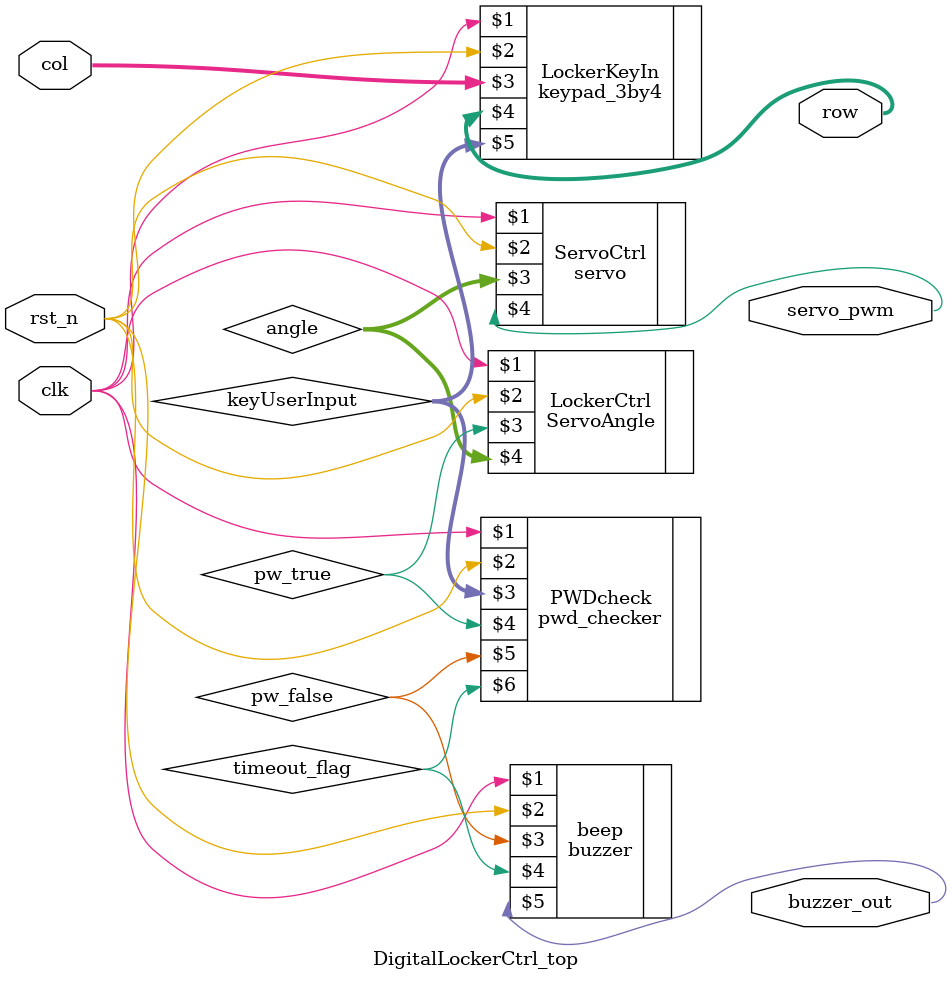
<source format=v>
module	DigitalLockerCtrl_top	(
	input		clk, rst_n,
	output		[3:0]	row,	
	input		[2:0]	col,
	output		buzzer_out,
	output		servo_pwm
);

wire	[3:0]	keyUserInput;
keypad_3by4	LockerKeyIn (clk, rst_n, col, row, keyUserInput);

wire	pw_true, pw_false, timeout_flag;
pwd_checker	#((28'd60000000),(16'h1234)) PWDcheck (clk, rst_n, keyUserInput, pw_true, pw_false, timeout_flag);
buzzer #((24'd12000),(28'd12000000),(28'd36000000)) beep (clk, rst_n, pw_false, timeout_flag, buzzer_out);

wire 	[7:0] 	angle;
ServoAngle	LockerCtrl (clk, rst_n, pw_true, angle);
servo 		ServoCtrl  (clk, rst_n, angle, servo_pwm);

endmodule
</source>
